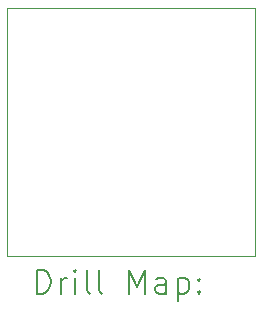
<source format=gbr>
%TF.GenerationSoftware,KiCad,Pcbnew,7.0.9-1.fc39*%
%TF.CreationDate,2023-12-29T10:15:17-08:00*%
%TF.ProjectId,aekii-m3501,61656b69-692d-46d3-9335-30312e6b6963,rev?*%
%TF.SameCoordinates,Original*%
%TF.FileFunction,Drillmap*%
%TF.FilePolarity,Positive*%
%FSLAX45Y45*%
G04 Gerber Fmt 4.5, Leading zero omitted, Abs format (unit mm)*
G04 Created by KiCad (PCBNEW 7.0.9-1.fc39) date 2023-12-29 10:15:17*
%MOMM*%
%LPD*%
G01*
G04 APERTURE LIST*
%ADD10C,0.100000*%
%ADD11C,0.200000*%
G04 APERTURE END LIST*
D10*
X10000000Y-10000000D02*
X12100000Y-10000000D01*
X12100000Y-12100000D01*
X10000000Y-12100000D01*
X10000000Y-10000000D01*
D11*
X10255777Y-12416484D02*
X10255777Y-12216484D01*
X10255777Y-12216484D02*
X10303396Y-12216484D01*
X10303396Y-12216484D02*
X10331967Y-12226008D01*
X10331967Y-12226008D02*
X10351015Y-12245055D01*
X10351015Y-12245055D02*
X10360539Y-12264103D01*
X10360539Y-12264103D02*
X10370063Y-12302198D01*
X10370063Y-12302198D02*
X10370063Y-12330769D01*
X10370063Y-12330769D02*
X10360539Y-12368865D01*
X10360539Y-12368865D02*
X10351015Y-12387912D01*
X10351015Y-12387912D02*
X10331967Y-12406960D01*
X10331967Y-12406960D02*
X10303396Y-12416484D01*
X10303396Y-12416484D02*
X10255777Y-12416484D01*
X10455777Y-12416484D02*
X10455777Y-12283150D01*
X10455777Y-12321246D02*
X10465301Y-12302198D01*
X10465301Y-12302198D02*
X10474824Y-12292674D01*
X10474824Y-12292674D02*
X10493872Y-12283150D01*
X10493872Y-12283150D02*
X10512920Y-12283150D01*
X10579586Y-12416484D02*
X10579586Y-12283150D01*
X10579586Y-12216484D02*
X10570063Y-12226008D01*
X10570063Y-12226008D02*
X10579586Y-12235531D01*
X10579586Y-12235531D02*
X10589110Y-12226008D01*
X10589110Y-12226008D02*
X10579586Y-12216484D01*
X10579586Y-12216484D02*
X10579586Y-12235531D01*
X10703396Y-12416484D02*
X10684348Y-12406960D01*
X10684348Y-12406960D02*
X10674824Y-12387912D01*
X10674824Y-12387912D02*
X10674824Y-12216484D01*
X10808158Y-12416484D02*
X10789110Y-12406960D01*
X10789110Y-12406960D02*
X10779586Y-12387912D01*
X10779586Y-12387912D02*
X10779586Y-12216484D01*
X11036729Y-12416484D02*
X11036729Y-12216484D01*
X11036729Y-12216484D02*
X11103396Y-12359341D01*
X11103396Y-12359341D02*
X11170063Y-12216484D01*
X11170063Y-12216484D02*
X11170063Y-12416484D01*
X11351015Y-12416484D02*
X11351015Y-12311722D01*
X11351015Y-12311722D02*
X11341491Y-12292674D01*
X11341491Y-12292674D02*
X11322443Y-12283150D01*
X11322443Y-12283150D02*
X11284348Y-12283150D01*
X11284348Y-12283150D02*
X11265301Y-12292674D01*
X11351015Y-12406960D02*
X11331967Y-12416484D01*
X11331967Y-12416484D02*
X11284348Y-12416484D01*
X11284348Y-12416484D02*
X11265301Y-12406960D01*
X11265301Y-12406960D02*
X11255777Y-12387912D01*
X11255777Y-12387912D02*
X11255777Y-12368865D01*
X11255777Y-12368865D02*
X11265301Y-12349817D01*
X11265301Y-12349817D02*
X11284348Y-12340293D01*
X11284348Y-12340293D02*
X11331967Y-12340293D01*
X11331967Y-12340293D02*
X11351015Y-12330769D01*
X11446253Y-12283150D02*
X11446253Y-12483150D01*
X11446253Y-12292674D02*
X11465301Y-12283150D01*
X11465301Y-12283150D02*
X11503396Y-12283150D01*
X11503396Y-12283150D02*
X11522443Y-12292674D01*
X11522443Y-12292674D02*
X11531967Y-12302198D01*
X11531967Y-12302198D02*
X11541491Y-12321246D01*
X11541491Y-12321246D02*
X11541491Y-12378388D01*
X11541491Y-12378388D02*
X11531967Y-12397436D01*
X11531967Y-12397436D02*
X11522443Y-12406960D01*
X11522443Y-12406960D02*
X11503396Y-12416484D01*
X11503396Y-12416484D02*
X11465301Y-12416484D01*
X11465301Y-12416484D02*
X11446253Y-12406960D01*
X11627205Y-12397436D02*
X11636729Y-12406960D01*
X11636729Y-12406960D02*
X11627205Y-12416484D01*
X11627205Y-12416484D02*
X11617682Y-12406960D01*
X11617682Y-12406960D02*
X11627205Y-12397436D01*
X11627205Y-12397436D02*
X11627205Y-12416484D01*
X11627205Y-12292674D02*
X11636729Y-12302198D01*
X11636729Y-12302198D02*
X11627205Y-12311722D01*
X11627205Y-12311722D02*
X11617682Y-12302198D01*
X11617682Y-12302198D02*
X11627205Y-12292674D01*
X11627205Y-12292674D02*
X11627205Y-12311722D01*
M02*

</source>
